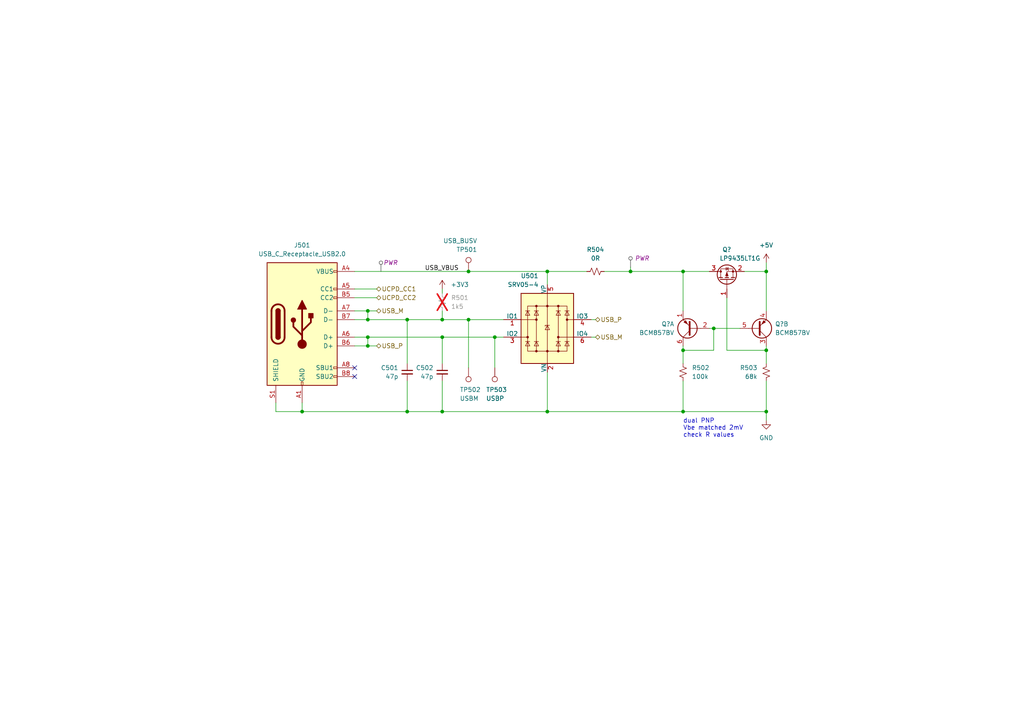
<source format=kicad_sch>
(kicad_sch (version 20230121) (generator eeschema)
  (paper "A4")
  (title_block (title "USB & ESD") (date "2023-07-17") (rev "0.1") (company "matei") (comment 1 "ayab-knitting.com") (comment 2 "distributed under CC-BY-SA-4.0"))
  (lib_symbols
    (symbol "ayab-lib:AO3401A" (pin_names hide)
      (property "Reference" "Q" (at 5.08 1.905 0))
      (property "Value" "AO3401A" (at 5.08 0 0))
      (symbol "AO3401A_0_1"
        (polyline (pts (xy 0.254 0) (xy -2.54 0)))
        (polyline (pts (xy 0.254 1.905) (xy 0.254 -1.905)) (stroke (width 0.254)))
        (polyline (pts (xy 0.762 -1.27) (xy 0.762 -2.286)) (stroke (width 0.254)))
        (polyline (pts (xy 0.762 0.508) (xy 0.762 -0.508)) (stroke (width 0.254)))
        (polyline (pts (xy 0.762 2.286) (xy 0.762 1.27)) (stroke (width 0.254)))
        (polyline (pts (xy 2.54 2.54) (xy 2.54 1.778)))
        (polyline (pts (xy 2.54 -2.54) (xy 2.54 0) (xy 0.762 0)))
        (polyline (pts (xy 0.762 1.778) (xy 3.302 1.778) (xy 3.302 -1.778) (xy 0.762 -1.778)))
        (polyline (pts (xy 2.286 0) (xy 1.27 0.381) (xy 1.27 -0.381) (xy 2.286 0)) (fill (type outline)))
        (polyline (pts (xy 2.794 -0.508) (xy 2.921 -0.381) (xy 3.683 -0.381) (xy 3.81 -0.254)))
        (polyline (pts (xy 3.302 -0.381) (xy 2.921 0.254) (xy 3.683 0.254) (xy 3.302 -0.381)))
        (circle (center 1.651 0) (radius 2.794) (stroke (width 0.254)))
        (circle (center 2.54 -1.778) (radius 0.254) (fill (type outline)))
        (circle (center 2.54 1.778) (radius 0.254) (fill (type outline)))
      )
      (symbol "AO3401A_1_1"
        (pin input line (at -5.08 0 0) (length 2.54) (name "G") (number "1"))
        (pin passive line (at 2.54 -5.08 90) (length 2.54) (name "S") (number "2"))
        (pin passive line (at 2.54 5.08 270) (length 2.54) (name "D") (number "3"))
      )
    )
    (symbol "ayab-lib:C_Small" (pin_numbers hide) (pin_names (offset 0.254) hide)
      (property "Reference" "C" (at 0.254 1.778 0))
      (property "Value" "C_Small" (at 0.254 -2.032 0))
      (symbol "C_Small_0_1"
        (polyline (pts (xy -1.524 -0.508) (xy 1.524 -0.508)) (stroke (width 0.3302)))
        (polyline (pts (xy -1.524 0.508) (xy 1.524 0.508)) (stroke (width 0.3048)))
      )
      (symbol "C_Small_1_1"
        (pin passive line (at 0 2.54 270) (length 2.032) (name "~") (number "1"))
        (pin passive line (at 0 -2.54 90) (length 2.032) (name "~") (number "2"))
      )
    )
    (symbol "ayab-lib:Q_Dual_PNP_PNP_E1B1C2E2B2C1" (pin_names (offset 0) hide)
      (property "Reference" "Q" (at 5.08 1.27 0))
      (property "Value" "Q_Dual_PNP_PNP_E1B1C2E2B2C1" (at 5.08 -1.27 0))
      (symbol "Q_Dual_PNP_PNP_E1B1C2E2B2C1_0_1"
        (polyline (pts (xy 0.635 0) (xy -2.54 0)))
        (polyline (pts (xy 0.635 0.635) (xy 2.54 2.54)))
        (polyline (pts (xy 0.635 -0.635) (xy 2.54 -2.54) (xy 2.54 -2.54)))
        (polyline (pts (xy 0.635 1.905) (xy 0.635 -1.905) (xy 0.635 -1.905)) (stroke (width 0.508)))
        (polyline (pts (xy 2.286 -1.778) (xy 1.778 -2.286) (xy 1.27 -1.27) (xy 2.286 -1.778) (xy 2.286 -1.778)) (fill (type outline)))
        (circle (center 1.27 0) (radius 2.8194) (stroke (width 0.254)))
      )
      (symbol "Q_Dual_PNP_PNP_E1B1C2E2B2C1_1_1"
        (pin passive line (at 2.54 -5.08 90) (length 2.54) (name "E1") (number "1"))
        (pin input line (at -5.08 0 0) (length 2.54) (name "B1") (number "2"))
        (pin passive line (at 2.54 5.08 270) (length 2.54) (name "C1") (number "6"))
      )
      (symbol "Q_Dual_PNP_PNP_E1B1C2E2B2C1_2_1"
        (pin passive line (at 2.54 5.08 270) (length 2.54) (name "C2") (number "3"))
        (pin passive line (at 2.54 -5.08 90) (length 2.54) (name "E2") (number "4"))
        (pin input line (at -5.08 0 0) (length 2.54) (name "B2") (number "5"))
      )
    )
    (symbol "ayab-lib:R_Small_US" (pin_numbers hide) (pin_names (offset 0.254) hide)
      (property "Reference" "R" (at 0.762 0.508 0))
      (property "Value" "R_Small_US" (at 0.762 -1.016 0))
      (symbol "R_Small_US_1_1"
        (polyline (pts (xy 0 0) (xy 1.016 -0.381) (xy 0 -0.762) (xy -1.016 -1.143) (xy 0 -1.524)))
        (polyline (pts (xy 0 1.524) (xy 1.016 1.143) (xy 0 0.762) (xy -1.016 0.381) (xy 0 0)))
        (pin passive line (at 0 2.54 270) (length 1.016) (name "~") (number "1"))
        (pin passive line (at 0 -2.54 90) (length 1.016) (name "~") (number "2"))
      )
    )
    (symbol "ayab-lib:SRV05-4" (pin_names (offset 0))
      (property "Reference" "U" (at -5.08 11.43 0))
      (property "Value" "SRV05-4" (at 2.54 11.43 0))
      (symbol "SRV05-4_0_0"
        (rectangle (start -5.715 6.477) (end 5.715 -6.604))
        (polyline (pts (xy -3.175 -6.604) (xy -3.175 6.477)))
        (polyline (pts (xy 3.175 6.477) (xy 3.175 -6.604)))
      )
      (symbol "SRV05-4_0_1"
        (rectangle (start -7.62 10.16) (end 7.62 -10.16) (stroke (width 0.254)) (fill (type background)))
        (circle (center -5.715 -2.54) (radius 0.2794) (fill (type outline)))
        (circle (center -3.175 -6.604) (radius 0.2794) (fill (type outline)))
        (circle (center -3.175 2.54) (radius 0.2794) (fill (type outline)))
        (circle (center -3.175 6.477) (radius 0.2794) (fill (type outline)))
        (circle (center 0 -6.604) (radius 0.2794) (fill (type outline)))
        (polyline (pts (xy -7.747 2.54) (xy -3.175 2.54)))
        (polyline (pts (xy -7.62 -2.54) (xy -5.715 -2.54)))
        (polyline (pts (xy -5.08 -3.81) (xy -6.35 -3.81)))
        (polyline (pts (xy -5.08 5.08) (xy -6.35 5.08)))
        (polyline (pts (xy -2.54 -3.81) (xy -3.81 -3.81)))
        (polyline (pts (xy -2.54 5.08) (xy -3.81 5.08)))
        (polyline (pts (xy 0 10.16) (xy 0 -10.16)))
        (polyline (pts (xy 3.81 -3.81) (xy 2.54 -3.81)))
        (polyline (pts (xy 3.81 5.08) (xy 2.54 5.08)))
        (polyline (pts (xy 6.35 -3.81) (xy 5.08 -3.81)))
        (polyline (pts (xy 6.35 5.08) (xy 5.08 5.08)))
        (polyline (pts (xy 7.62 -2.54) (xy 3.175 -2.54)))
        (polyline (pts (xy 7.62 2.54) (xy 5.715 2.54)))
        (polyline (pts (xy 0.635 0.889) (xy -0.635 0.889) (xy -0.635 0.635)))
        (polyline (pts (xy -5.08 -5.08) (xy -6.35 -5.08) (xy -5.715 -3.81) (xy -5.08 -5.08)))
        (polyline (pts (xy -5.08 3.81) (xy -6.35 3.81) (xy -5.715 5.08) (xy -5.08 3.81)))
        (polyline (pts (xy -2.54 -5.08) (xy -3.81 -5.08) (xy -3.175 -3.81) (xy -2.54 -5.08)))
        (polyline (pts (xy -2.54 3.81) (xy -3.81 3.81) (xy -3.175 5.08) (xy -2.54 3.81)))
        (polyline (pts (xy 0.635 -0.381) (xy -0.635 -0.381) (xy 0 0.889) (xy 0.635 -0.381)))
        (polyline (pts (xy 3.81 -5.08) (xy 2.54 -5.08) (xy 3.175 -3.81) (xy 3.81 -5.08)))
        (polyline (pts (xy 3.81 3.81) (xy 2.54 3.81) (xy 3.175 5.08) (xy 3.81 3.81)))
        (polyline (pts (xy 6.35 -5.08) (xy 5.08 -5.08) (xy 5.715 -3.81) (xy 6.35 -5.08)))
        (polyline (pts (xy 6.35 3.81) (xy 5.08 3.81) (xy 5.715 5.08) (xy 6.35 3.81)))
        (circle (center 0 6.477) (radius 0.2794) (fill (type outline)))
        (circle (center 3.175 -6.604) (radius 0.2794) (fill (type outline)))
        (circle (center 3.175 -2.54) (radius 0.2794) (fill (type outline)))
        (circle (center 3.175 6.477) (radius 0.2794) (fill (type outline)))
        (circle (center 5.715 2.54) (radius 0.2794) (fill (type outline)))
      )
      (symbol "SRV05-4_1_1"
        (pin passive line (at -12.7 2.54 0) (length 5.08) (name "IO1") (number "1"))
        (pin passive line (at 0 -12.7 90) (length 2.54) (name "VN") (number "2"))
        (pin passive line (at -12.7 -2.54 0) (length 5.08) (name "IO2") (number "3"))
        (pin passive line (at 12.7 2.54 180) (length 5.08) (name "IO3") (number "4"))
        (pin passive line (at 0 12.7 270) (length 2.54) (name "VP") (number "5"))
        (pin passive line (at 12.7 -2.54 180) (length 5.08) (name "IO4") (number "6"))
      )
    )
    (symbol "ayab-lib:TestPoint" (pin_numbers hide) (pin_names (offset 0.762) hide)
      (property "Reference" "TP" (at 0 6.858 0))
      (property "Value" "TestPoint" (at 0 5.08 0))
      (symbol "TestPoint_0_1"
        (circle (center 0 3.302) (radius 0.762))
      )
      (symbol "TestPoint_1_1"
        (pin passive line (at 0 0 90) (length 2.54) (name "1") (number "1"))
      )
    )
    (symbol "ayab-lib:USB_C_Receptacle_USB2.0" (pin_names (offset 1.016))
      (property "Reference" "J601" (at 0 22.86 0))
      (property "Value" "USB_C_Receptacle_USB2.0" (at 0 20.32 0))
      (symbol "USB_C_Receptacle_USB2.0_0_0"
        (rectangle (start -0.254 -17.78) (end 0.254 -16.764))
        (rectangle (start 10.16 -14.986) (end 9.144 -15.494))
        (rectangle (start 10.16 -12.446) (end 9.144 -12.954))
        (rectangle (start 10.16 7.874) (end 9.144 7.366))
        (rectangle (start 10.16 10.414) (end 9.144 9.906))
        (rectangle (start 10.16 15.494) (end 9.144 14.986))
      )
      (symbol "USB_C_Receptacle_USB2.0_0_1"
        (rectangle (start -10.16 17.78) (end 10.16 -17.78) (stroke (width 0.254)) (fill (type background)))
        (arc (start -8.89 -3.81) (mid -6.985 -5.7067) (end -5.08 -3.81) (stroke (width 0.508)))
        (arc (start -7.62 -3.81) (mid -6.985 -4.4423) (end -6.35 -3.81) (stroke (width 0.254)))
        (arc (start -7.62 -3.81) (mid -6.985 -4.4423) (end -6.35 -3.81) (stroke (width 0.254)) (fill (type outline)))
        (rectangle (start -7.62 -3.81) (end -6.35 3.81) (stroke (width 0.254)) (fill (type outline)))
        (arc (start -6.35 3.81) (mid -6.985 4.4423) (end -7.62 3.81) (stroke (width 0.254)))
        (arc (start -6.35 3.81) (mid -6.985 4.4423) (end -7.62 3.81) (stroke (width 0.254)) (fill (type outline)))
        (arc (start -5.08 3.81) (mid -6.985 5.7067) (end -8.89 3.81) (stroke (width 0.508)))
        (circle (center -2.54 1.143) (radius 0.635) (stroke (width 0.254)) (fill (type outline)))
        (circle (center 0 -5.842) (radius 1.27) (fill (type outline)))
        (polyline (pts (xy -8.89 -3.81) (xy -8.89 3.81)) (stroke (width 0.508)))
        (polyline (pts (xy -5.08 3.81) (xy -5.08 -3.81)) (stroke (width 0.508)))
        (polyline (pts (xy 0 -5.842) (xy 0 4.318)) (stroke (width 0.508)))
        (polyline (pts (xy 0 -3.302) (xy -2.54 -0.762) (xy -2.54 0.508)) (stroke (width 0.508)))
        (polyline (pts (xy 0 -2.032) (xy 2.54 0.508) (xy 2.54 1.778)) (stroke (width 0.508)))
        (polyline (pts (xy -1.27 4.318) (xy 0 6.858) (xy 1.27 4.318) (xy -1.27 4.318)) (stroke (width 0.254)) (fill (type outline)))
        (rectangle (start 1.905 1.778) (end 3.175 3.048) (stroke (width 0.254)) (fill (type outline)))
      )
      (symbol "USB_C_Receptacle_USB2.0_1_1"
        (pin passive line (at 0 -22.86 90) (length 5.08) (name "GND") (number "A1"))
        (pin passive line (at 0 -22.86 90) (length 5.08) hide (name "GND") (number "A12"))
        (pin passive line (at 15.24 15.24 180) (length 5.08) (name "VBUS") (number "A4"))
        (pin bidirectional line (at 15.24 10.16 180) (length 5.08) (name "CC1") (number "A5"))
        (pin bidirectional line (at 15.24 -3.81 180) (length 5.08) (name "D+") (number "A6"))
        (pin bidirectional line (at 15.24 3.81 180) (length 5.08) (name "D-") (number "A7"))
        (pin bidirectional line (at 15.24 -12.7 180) (length 5.08) (name "SBU1") (number "A8"))
        (pin passive line (at 15.24 15.24 180) (length 5.08) hide (name "VBUS") (number "A9"))
        (pin passive line (at 0 -22.86 90) (length 5.08) hide (name "GND") (number "B1"))
        (pin passive line (at 0 -22.86 90) (length 5.08) hide (name "GND") (number "B12"))
        (pin passive line (at 15.24 15.24 180) (length 5.08) hide (name "VBUS") (number "B4"))
        (pin bidirectional line (at 15.24 7.62 180) (length 5.08) (name "CC2") (number "B5"))
        (pin bidirectional line (at 15.24 -6.35 180) (length 5.08) (name "D+") (number "B6"))
        (pin bidirectional line (at 15.24 1.27 180) (length 5.08) (name "D-") (number "B7"))
        (pin bidirectional line (at 15.24 -15.24 180) (length 5.08) (name "SBU2") (number "B8"))
        (pin passive line (at 15.24 15.24 180) (length 5.08) hide (name "VBUS") (number "B9"))
        (pin passive line (at -7.62 -22.86 90) (length 5.08) (name "SHIELD") (number "S1"))
      )
    )
    (symbol "power:+3V3" (power) (pin_names (offset 0))
      (property "Value" "+3V3" (at 0 3.556 0))
      (symbol "+3V3_0_1"
        (polyline (pts (xy -0.762 1.27) (xy 0 2.54)))
        (polyline (pts (xy 0 0) (xy 0 2.54)))
        (polyline (pts (xy 0 2.54) (xy 0.762 1.27)))
      )
      (symbol "+3V3_1_1"
        (pin power_in line (at 0 0 90) (length 0) hide (name "+3V3") (number "1"))
      )
    )
    (symbol "power:+5V" (power) (pin_names (offset 0))
      (property "Value" "+5V" (at 0 3.556 0))
      (symbol "+5V_0_1"
        (polyline (pts (xy -0.762 1.27) (xy 0 2.54)))
        (polyline (pts (xy 0 0) (xy 0 2.54)))
        (polyline (pts (xy 0 2.54) (xy 0.762 1.27)))
      )
      (symbol "+5V_1_1"
        (pin power_in line (at 0 0 90) (length 0) hide (name "+5V") (number "1"))
      )
    )
    (symbol "power:GND" (power) (pin_names (offset 0))
      (property "Value" "GND" (at 0 -3.81 0))
      (symbol "GND_0_1"
        (polyline (pts (xy 0 0) (xy 0 -1.27) (xy 1.27 -1.27) (xy 0 -2.54) (xy -1.27 -1.27) (xy 0 -1.27)))
      )
      (symbol "GND_1_1"
        (pin power_in line (at 0 0 270) (length 0) hide (name "GND") (number "1"))
      )
    )
  )
  (junction (at 198.12 78.74))
  (junction (at 143.51 97.79))
  (junction (at 222.25 78.74))
  (junction (at 158.75 119.38))
  (junction (at 222.25 101.6))
  (junction (at 106.68 90.17))
  (junction (at 182.88 78.74))
  (junction (at 158.75 78.74))
  (junction (at 106.68 100.33))
  (junction (at 118.11 119.38))
  (junction (at 207.01 95.25))
  (junction (at 198.12 101.6))
  (junction (at 106.68 92.71))
  (junction (at 118.11 92.71))
  (junction (at 128.27 119.38))
  (junction (at 135.89 92.71))
  (junction (at 135.89 78.74))
  (junction (at 128.27 97.79))
  (junction (at 128.27 92.71))
  (junction (at 198.12 119.38))
  (junction (at 87.63 119.38))
  (junction (at 106.68 97.79))
  (junction (at 222.25 119.38))
  (no_connect (at 102.87 109.22))
  (no_connect (at 102.87 106.68))
  (wire (pts (xy 106.68 90.17) (xy 106.68 92.71)))
  (wire (pts (xy 210.82 101.6) (xy 222.25 101.6)))
  (wire (pts (xy 182.88 77.47) (xy 182.88 78.74)))
  (wire (pts (xy 207.01 95.25) (xy 214.63 95.25)))
  (wire (pts (xy 182.88 78.74) (xy 198.12 78.74)))
  (wire (pts (xy 128.27 90.17) (xy 128.27 92.71)))
  (wire (pts (xy 102.87 90.17) (xy 106.68 90.17)))
  (wire (pts (xy 118.11 119.38) (xy 128.27 119.38)))
  (wire (pts (xy 80.01 119.38) (xy 87.63 119.38)))
  (wire (pts (xy 198.12 101.6) (xy 198.12 105.41)))
  (wire (pts (xy 102.87 78.74) (xy 135.89 78.74)))
  (wire (pts (xy 106.68 90.17) (xy 109.22 90.17)))
  (wire (pts (xy 128.27 110.49) (xy 128.27 119.38)))
  (wire (pts (xy 215.9 78.74) (xy 222.25 78.74)))
  (wire (pts (xy 118.11 92.71) (xy 118.11 105.41)))
  (wire (pts (xy 222.25 105.41) (xy 222.25 101.6)))
  (wire (pts (xy 158.75 119.38) (xy 198.12 119.38)))
  (wire (pts (xy 222.25 101.6) (xy 222.25 100.33)))
  (wire (pts (xy 118.11 110.49) (xy 118.11 119.38)))
  (wire (pts (xy 171.45 97.79) (xy 172.72 97.79)))
  (wire (pts (xy 135.89 92.71) (xy 146.05 92.71)))
  (wire (pts (xy 135.89 78.74) (xy 158.75 78.74)))
  (wire (pts (xy 198.12 110.49) (xy 198.12 119.38)))
  (wire (pts (xy 106.68 100.33) (xy 109.22 100.33)))
  (wire (pts (xy 222.25 90.17) (xy 222.25 78.74)))
  (wire (pts (xy 102.87 83.82) (xy 109.22 83.82)))
  (wire (pts (xy 171.45 92.71) (xy 172.72 92.71)))
  (wire (pts (xy 222.25 110.49) (xy 222.25 119.38)))
  (wire (pts (xy 198.12 90.17) (xy 198.12 78.74)))
  (wire (pts (xy 128.27 92.71) (xy 135.89 92.71)))
  (wire (pts (xy 207.01 95.25) (xy 207.01 101.6)))
  (wire (pts (xy 210.82 101.6) (xy 210.82 86.36)))
  (wire (pts (xy 80.01 116.84) (xy 80.01 119.38)))
  (wire (pts (xy 87.63 116.84) (xy 87.63 119.38)))
  (wire (pts (xy 158.75 78.74) (xy 158.75 82.55)))
  (wire (pts (xy 198.12 78.74) (xy 205.74 78.74)))
  (wire (pts (xy 158.75 78.74) (xy 170.18 78.74)))
  (wire (pts (xy 128.27 97.79) (xy 128.27 105.41)))
  (wire (pts (xy 198.12 119.38) (xy 222.25 119.38)))
  (wire (pts (xy 106.68 97.79) (xy 106.68 100.33)))
  (wire (pts (xy 106.68 92.71) (xy 102.87 92.71)))
  (wire (pts (xy 222.25 76.2) (xy 222.25 78.74)))
  (wire (pts (xy 106.68 97.79) (xy 128.27 97.79)))
  (wire (pts (xy 128.27 119.38) (xy 158.75 119.38)))
  (wire (pts (xy 102.87 97.79) (xy 106.68 97.79)))
  (wire (pts (xy 128.27 97.79) (xy 143.51 97.79)))
  (wire (pts (xy 102.87 86.36) (xy 109.22 86.36)))
  (wire (pts (xy 106.68 100.33) (xy 102.87 100.33)))
  (wire (pts (xy 207.01 101.6) (xy 198.12 101.6)))
  (wire (pts (xy 143.51 97.79) (xy 146.05 97.79)))
  (wire (pts (xy 87.63 119.38) (xy 118.11 119.38)))
  (wire (pts (xy 118.11 92.71) (xy 128.27 92.71)))
  (wire (pts (xy 205.74 95.25) (xy 207.01 95.25)))
  (wire (pts (xy 175.26 78.74) (xy 182.88 78.74)))
  (wire (pts (xy 198.12 101.6) (xy 198.12 100.33)))
  (wire (pts (xy 143.51 97.79) (xy 143.51 106.68)))
  (wire (pts (xy 158.75 119.38) (xy 158.75 107.95)))
  (wire (pts (xy 106.68 92.71) (xy 118.11 92.71)))
  (wire (pts (xy 135.89 92.71) (xy 135.89 106.68)))
  (wire (pts (xy 128.27 83.82) (xy 128.27 85.09)))
  (wire (pts (xy 222.25 119.38) (xy 222.25 121.92)))
  (text "dual PNP\nVbe matched 2mV\ncheck R values" (at 198.12 127 0) (effects (font (size 1.27 1.27)) (justify left bottom)))
  (label "USB_VBUS" (at 123.19 78.74 0))
  (hierarchical_label "USB_M" (shape bidirectional) (at 109.22 90.17 0))
  (hierarchical_label "UCPD_CC2" (shape bidirectional) (at 109.22 86.36 0))
  (hierarchical_label "USB_P" (shape bidirectional) (at 109.22 100.33 0))
  (hierarchical_label "USB_P" (shape bidirectional) (at 172.72 92.71 0))
  (hierarchical_label "USB_M" (shape bidirectional) (at 172.72 97.79 0))
  (hierarchical_label "UCPD_CC1" (shape bidirectional) (at 109.22 83.82 0))
  (netclass_flag "" (length 2.54) (shape round) (at 182.88 77.47 0) (property "Netclass" "PWR" (at 184.15 74.93 0) (effects (font italic) (justify left))))
  (netclass_flag "" (length 2.54) (shape round) (at 110.49 78.74 0) (property "Netclass" "PWR" (at 111.1885 76.2 0) (effects (font italic) (justify left))))
  (symbol (lib_id "ayab-lib:TestPoint") (at 143.51 106.68 180) (unit 1) (in_bom no)
    (property "Reference" "TP503" (at 140.97 113.03 0) (effects (justify right)))
    (property "Value" "USBP" (at 140.97 115.57 0) (effects (justify right)))
    (property "Footprint" "TestPoint:TestPoint_Pad_D1.0mm" (effects hide))
  )
  (symbol (lib_id "ayab-lib:R_Small_US") (at 222.25 107.95 0) (mirror y) (unit 1)
    (property "Reference" "R503" (at 219.71 106.68 0) (effects (justify left)))
    (property "Value" "68k" (at 219.71 109.22 0) (effects (justify left)))
    (property "Footprint" "Resistor_SMD:R_0603_1608Metric" (effects hide))
    (property "Package" "0603" (effects hide))
    (property "LCSC ID" "C23231" (effects hide))
    (property "OEM PN" "0603WAF6802T5E" (effects hide))
    (property "OEM" "UNI-ROYAL(Uniroyal Elec)" (effects hide))
  )
  (symbol (lib_id "ayab-lib:TestPoint") (at 135.89 78.74 0) (unit 1) (in_bom no)
    (property "Reference" "TP501" (at 138.43 72.39 0) (effects (justify right)))
    (property "Value" "USB_BUSV" (at 138.43 69.85 0) (effects (justify right)))
    (property "Footprint" "TestPoint:TestPoint_Pad_D1.0mm" (effects hide))
  )
  (symbol (lib_id "ayab-lib:Q_Dual_PNP_PNP_E1B1C2E2B2C1") (at 200.66 95.25 180) (unit 1)
    (property "Reference" "Q?" (at 195.58 93.98 0) (effects (justify left)))
    (property "Value" "BCM857BV" (at 195.58 96.52 0) (effects (justify left)))
    (property "Footprint" "Package_TO_SOT_SMD:SOT-363_SC-70-6" (effects hide))
    (property "Datasheet" "https://datasheet.lcsc.com/lcsc/2304140030_Nexperia-BCM857BS-115_C105887.pdf" (effects hide))
    (property "Package" "SOT-363" (effects hide))
    (property "LCSC ID" "C105887" (effects hide))
    (property "OEM PN" "BCM857BS,115" (effects hide))
    (property "OEM" "Nexperia" (effects hide))
    (instances (project "ayab-esp32" (path "" (reference "Q?") (unit 1)) (path "" (reference "Q501") (unit 1))))
  )
  (symbol (lib_id "ayab-lib:USB_C_Receptacle_USB2.0") (at 87.63 93.98 0) (unit 1)
    (property "Reference" "J501" (at 87.63 71.12 0))
    (property "Value" "USB_C_Receptacle_USB2.0" (at 87.63 73.66 0))
    (property "Footprint" "Connector_USB:USB_C_Receptacle_HRO_TYPE-C-31-M-12" (effects hide))
    (property "Datasheet" "https://www.usb.org/sites/default/files/documents/usb_type-c.zip" (effects hide))
    (property "OEM PN" "TYPE-C-31-M-12" (effects hide))
    (property "OEM" "Hroparts" (effects hide))
    (property "LCSC ID" "C165948" (effects hide))
    (instances (project "ayab-esp32" (path "" (reference "J501") (unit 1))) (project "stm32g431-mt6701-stspin233" (path "" (reference "J601") (unit 1))))
  )
  (symbol (lib_id "ayab-lib:AO3401A") (at 210.82 81.28 90) (unit 1)
    (property "Reference" "Q?" (at 210.82 72.39 90))
    (property "Value" "LP9435LT1G" (at 214.63 74.93 90))
    (property "Footprint" "Package_TO_SOT_SMD:SOT-23" (effects hide))
    (property "Datasheet" "https://datasheet.lcsc.com/lcsc/2110191430_LRC-LP9435LT1G_C383257.pdf" (effects hide))
    (property "Package" "SOT-23" (effects hide))
    (property "LCSC ID" "C383257" (effects hide))
    (property "OEM PN" "LP9435LT1G" (effects hide))
    (property "OEM" "LRC" (effects hide))
    (property "Voltage rating" "30V" (effects hide))
    (instances (project "ayab-esp32" (path "" (reference "Q?") (unit 1)) (path "" (reference "Q502") (unit 1))))
  )
  (symbol (lib_id "ayab-lib:C_Small") (at 128.27 107.95 0) (unit 1)
    (property "Reference" "C502" (at 125.73 106.6863 0) (effects (justify right)))
    (property "Value" "47p" (at 125.73 109.2263 0) (effects (justify right)))
    (property "Footprint" "Capacitor_SMD:C_0603_1608Metric" (effects hide))
    (property "Package" "0603" (effects hide))
    (property "Voltage rating" "50V C0G" (effects hide))
    (property "LCSC ID" "C1671" (effects hide))
    (property "OEM PN" "CL10C470JB8NNNC" (effects hide))
    (property "OEM" "Samsung Electro-Mechanics" (effects hide))
    (instances (project "ayab-esp32" (path "" (reference "C502") (unit 1))) (project "stm32g431-mt6701-stspin233" (path "" (reference "C?") (unit 1)) (path "" (reference "C602") (unit 1))))
  )
  (symbol (lib_id "ayab-lib:R_Small_US") (at 198.12 107.95 0) (unit 1)
    (property "Reference" "R502" (at 200.66 106.68 0) (effects (justify left)))
    (property "Value" "100k" (at 200.66 109.22 0) (effects (justify left)))
    (property "Footprint" "Resistor_SMD:R_0603_1608Metric" (effects hide))
    (property "Package" "0603" (effects hide))
    (property "LCSC ID" "C25803" (effects hide))
    (property "OEM PN" "0603WAF1003T5E" (effects hide))
    (property "OEM" "UNI-ROYAL(Uniroyal Elec)" (effects hide))
  )
  (symbol (lib_id "ayab-lib:SRV05-4") (at 158.75 95.25 0) (unit 1)
    (property "Reference" "U501" (at 156.21 80.01 0) (effects (justify right)))
    (property "Value" "SRV05-4" (at 156.21 82.55 0) (effects (justify right)))
    (property "Footprint" "Package_TO_SOT_SMD:SOT-23-6" (effects hide))
    (property "Datasheet" "http://www.onsemi.com/pub/Collateral/SRV05-4-D.PDF" (effects hide))
    (property "Package" "SOT-23-6" (effects hide))
    (property "LCSC ID" "C7420376" (effects hide))
    (property "OEM PN" "SRV05-4" (effects hide))
    (property "OEM" "hongjiacheng" (effects hide))
    (instances (project "ayab-esp32" (path "" (reference "U501") (unit 1))) (project "stm32g431-mt6701-stspin233" (path "" (reference "U601") (unit 1))))
  )
  (symbol (lib_id "ayab-lib:TestPoint") (at 135.89 106.68 180) (unit 1) (in_bom no)
    (property "Reference" "TP502" (at 133.35 113.03 0) (effects (justify right)))
    (property "Value" "USBM" (at 133.35 115.57 0) (effects (justify right)))
    (property "Footprint" "TestPoint:TestPoint_Pad_D1.0mm" (effects hide))
  )
  (symbol (lib_id "ayab-lib:Q_Dual_PNP_PNP_E1B1C2E2B2C1") (at 219.71 95.25 0) (mirror x) (unit 2)
    (property "Reference" "Q?" (at 224.79 93.98 0) (effects (justify left)))
    (property "Value" "BCM857BV" (at 224.79 96.52 0) (effects (justify left)))
    (property "Footprint" "Package_TO_SOT_SMD:SOT-363_SC-70-6" (effects hide))
    (property "Datasheet" "https://datasheet.lcsc.com/lcsc/2304140030_Nexperia-BCM857BS-115_C105887.pdf" (effects hide))
    (property "Package" "SOT-363" (effects hide))
    (property "LCSC ID" "C105887" (effects hide))
    (property "OEM PN" "BCM857BS,115" (effects hide))
    (property "OEM" "Nexperia" (effects hide))
    (instances (project "ayab-esp32" (path "" (reference "Q?") (unit 2)) (path "" (reference "Q501") (unit 2))))
  )
  (symbol (lib_id "power:+3V3") (at 128.27 83.82 0) (unit 1)
    (property "Reference" "#PWR0501" (effects hide))
    (property "Value" "+3V3" (at 133.35 82.55 0))
    (instances (project "ayab-esp32" (path "" (reference "#PWR0501") (unit 1))) (project "stm32g431-mt6701-stspin233" (path "" (reference "#PWR0601") (unit 1)) (path "" (reference "#PWR?") (unit 1))))
  )
  (symbol (lib_id "ayab-lib:C_Small") (at 118.11 107.95 0) (unit 1)
    (property "Reference" "C501" (at 115.57 106.6863 0) (effects (justify right)))
    (property "Value" "47p" (at 115.57 109.2263 0) (effects (justify right)))
    (property "Footprint" "Capacitor_SMD:C_0603_1608Metric" (effects hide))
    (property "Package" "0603" (effects hide))
    (property "Voltage rating" "50V C0G" (effects hide))
    (property "LCSC ID" "C1671" (effects hide))
    (property "OEM PN" "CL10C470JB8NNNC" (effects hide))
    (property "OEM" "Samsung Electro-Mechanics" (effects hide))
    (instances (project "ayab-esp32" (path "" (reference "C501") (unit 1))) (project "stm32g431-mt6701-stspin233" (path "" (reference "C?") (unit 1)) (path "" (reference "C601") (unit 1))))
  )
  (symbol (lib_id "power:+5V") (at 222.25 76.2 0) (unit 1)
    (property "Reference" "#PWR0502" (effects hide))
    (property "Value" "+5V" (at 222.25 71.12 0))
  )
  (symbol (lib_id "ayab-lib:R_Small_US") (at 172.72 78.74 90) (unit 1)
    (property "Reference" "R504" (at 172.72 72.39 90))
    (property "Value" "0R" (at 172.72 74.93 90))
    (property "Footprint" "Resistor_SMD:R_0603_1608Metric" (effects hide))
    (property "LCSC ID" "C21189" (effects hide))
    (property "OEM" "UNI-ROYAL(Uniroyal Elec)" (effects hide))
    (property "OEM PN" "0603WAF0000T5E" (effects hide))
    (property "Package" "0603" (effects hide))
  )
  (symbol (lib_id "ayab-lib:R_Small_US") (at 128.27 87.63 0) (unit 1) (in_bom no) (dnp yes)
    (property "Reference" "R501" (at 130.81 86.36 0) (effects (justify left)))
    (property "Value" "1k5" (at 130.81 88.9 0) (effects (justify left)))
    (property "Footprint" "Resistor_SMD:R_0603_1608Metric" (effects hide))
    (property "Package" "0603" (effects hide))
    (property "LCSC ID" "C22843" (effects hide))
    (property "OEM PN" "0603WAF1501T5E" (effects hide))
    (property "OEM" "UNI-ROYAL(Uniroyal Elec)" (effects hide))
    (instances (project "ayab-esp32" (path "" (reference "R501") (unit 1))) (project "stm32g431-mt6701-stspin233" (path "" (reference "R601") (unit 1)) (path "" (reference "R?") (unit 1))))
  )
  (symbol (lib_id "power:GND") (at 222.25 121.92 0) (unit 1)
    (property "Reference" "#PWR0503" (effects hide))
    (property "Value" "GND" (at 222.25 127 0))
    (instances (project "ayab-esp32" (path "" (reference "#PWR0503") (unit 1))) (project "stm32g431-mt6701-stspin233" (path "" (reference "#PWR0604") (unit 1))))
  )
)
</source>
